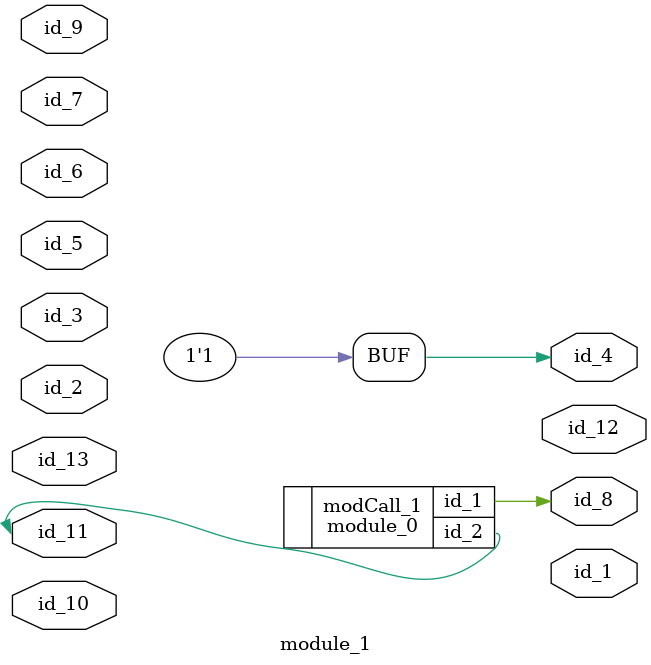
<source format=v>
module module_0 (
    id_1,
    id_2
);
  inout wire id_2;
  output wire id_1;
  wire id_3;
endmodule
module module_1 (
    id_1,
    id_2,
    id_3,
    id_4,
    id_5,
    id_6,
    id_7,
    id_8,
    id_9,
    id_10,
    id_11,
    id_12,
    id_13
);
  input wire id_13;
  output wire id_12;
  inout wire id_11;
  inout wire id_10;
  input wire id_9;
  output wire id_8;
  input wire id_7;
  inout wire id_6;
  input wire id_5;
  output wire id_4;
  input wire id_3;
  input wire id_2;
  output wire id_1;
  wire id_14;
  module_0 modCall_1 (
      id_8,
      id_11
  );
  wire id_15;
  wire id_16;
  wire id_17;
  always @(id_10[1]) id_4 = 1;
endmodule

</source>
